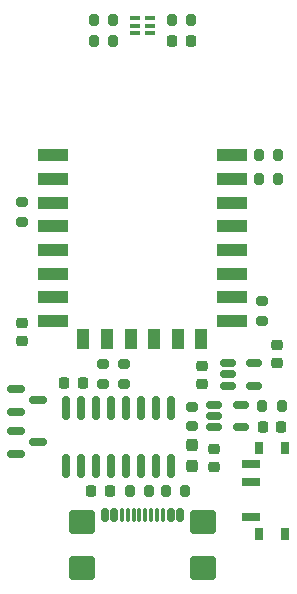
<source format=gtp>
%TF.GenerationSoftware,KiCad,Pcbnew,8.0.8*%
%TF.CreationDate,2025-01-23T20:15:16-05:00*%
%TF.ProjectId,compact_sqm,636f6d70-6163-4745-9f73-716d2e6b6963,rev?*%
%TF.SameCoordinates,Original*%
%TF.FileFunction,Paste,Top*%
%TF.FilePolarity,Positive*%
%FSLAX46Y46*%
G04 Gerber Fmt 4.6, Leading zero omitted, Abs format (unit mm)*
G04 Created by KiCad (PCBNEW 8.0.8) date 2025-01-23 20:15:16*
%MOMM*%
%LPD*%
G01*
G04 APERTURE LIST*
G04 Aperture macros list*
%AMRoundRect*
0 Rectangle with rounded corners*
0 $1 Rounding radius*
0 $2 $3 $4 $5 $6 $7 $8 $9 X,Y pos of 4 corners*
0 Add a 4 corners polygon primitive as box body*
4,1,4,$2,$3,$4,$5,$6,$7,$8,$9,$2,$3,0*
0 Add four circle primitives for the rounded corners*
1,1,$1+$1,$2,$3*
1,1,$1+$1,$4,$5*
1,1,$1+$1,$6,$7*
1,1,$1+$1,$8,$9*
0 Add four rect primitives between the rounded corners*
20,1,$1+$1,$2,$3,$4,$5,0*
20,1,$1+$1,$4,$5,$6,$7,0*
20,1,$1+$1,$6,$7,$8,$9,0*
20,1,$1+$1,$8,$9,$2,$3,0*%
G04 Aperture macros list end*
%ADD10RoundRect,0.200000X-0.200000X-0.275000X0.200000X-0.275000X0.200000X0.275000X-0.200000X0.275000X0*%
%ADD11RoundRect,0.225000X-0.225000X-0.250000X0.225000X-0.250000X0.225000X0.250000X-0.225000X0.250000X0*%
%ADD12RoundRect,0.150000X-0.587500X-0.150000X0.587500X-0.150000X0.587500X0.150000X-0.587500X0.150000X0*%
%ADD13RoundRect,0.200000X0.275000X-0.200000X0.275000X0.200000X-0.275000X0.200000X-0.275000X-0.200000X0*%
%ADD14R,2.500000X1.000000*%
%ADD15R,1.000000X1.800000*%
%ADD16RoundRect,0.100000X-0.337500X-0.100000X0.337500X-0.100000X0.337500X0.100000X-0.337500X0.100000X0*%
%ADD17RoundRect,0.200000X0.200000X0.275000X-0.200000X0.275000X-0.200000X-0.275000X0.200000X-0.275000X0*%
%ADD18RoundRect,0.225000X-0.250000X0.225000X-0.250000X-0.225000X0.250000X-0.225000X0.250000X0.225000X0*%
%ADD19RoundRect,0.237500X-0.237500X0.287500X-0.237500X-0.287500X0.237500X-0.287500X0.237500X0.287500X0*%
%ADD20RoundRect,0.225000X0.225000X0.250000X-0.225000X0.250000X-0.225000X-0.250000X0.225000X-0.250000X0*%
%ADD21RoundRect,0.225000X0.250000X-0.225000X0.250000X0.225000X-0.250000X0.225000X-0.250000X-0.225000X0*%
%ADD22RoundRect,0.150000X-0.512500X-0.150000X0.512500X-0.150000X0.512500X0.150000X-0.512500X0.150000X0*%
%ADD23RoundRect,0.150000X-0.150000X-0.425000X0.150000X-0.425000X0.150000X0.425000X-0.150000X0.425000X0*%
%ADD24RoundRect,0.075000X-0.075000X-0.500000X0.075000X-0.500000X0.075000X0.500000X-0.075000X0.500000X0*%
%ADD25RoundRect,0.250000X-0.840000X-0.750000X0.840000X-0.750000X0.840000X0.750000X-0.840000X0.750000X0*%
%ADD26RoundRect,0.150000X0.150000X-0.825000X0.150000X0.825000X-0.150000X0.825000X-0.150000X-0.825000X0*%
%ADD27RoundRect,0.200000X-0.275000X0.200000X-0.275000X-0.200000X0.275000X-0.200000X0.275000X0.200000X0*%
%ADD28R,0.800000X1.000000*%
%ADD29R,1.500000X0.700000*%
G04 APERTURE END LIST*
D10*
%TO.C,R9*%
X142177000Y-77724000D03*
X143827000Y-77724000D03*
%TD*%
D11*
%TO.C,C3*%
X142227000Y-79502000D03*
X143777000Y-79502000D03*
%TD*%
D12*
%TO.C,Q2*%
X128983500Y-112562600D03*
X128983500Y-114462600D03*
X130858500Y-113512600D03*
%TD*%
D13*
%TO.C,R13*%
X129540000Y-94805000D03*
X129540000Y-93155000D03*
%TD*%
D14*
%TO.C,U3*%
X132100000Y-89210000D03*
X132100000Y-91210000D03*
X132100000Y-93210000D03*
X132100000Y-95210000D03*
X132100000Y-97210000D03*
X132100000Y-99210000D03*
X132100000Y-101210000D03*
X132100000Y-103210000D03*
D15*
X134700000Y-104710000D03*
X136700000Y-104710000D03*
X138700000Y-104710000D03*
X140700000Y-104710000D03*
X142700000Y-104710000D03*
X144700000Y-104710000D03*
D14*
X147300000Y-103210000D03*
X147300000Y-101210000D03*
X147300000Y-99210000D03*
X147300000Y-97210000D03*
X147300000Y-95210000D03*
X147300000Y-93210000D03*
X147300000Y-91210000D03*
X147300000Y-89210000D03*
%TD*%
D13*
%TO.C,R5*%
X138176000Y-108521000D03*
X138176000Y-106871000D03*
%TD*%
D16*
%TO.C,U1*%
X139062500Y-77582000D03*
X139062500Y-78232000D03*
X139062500Y-78882000D03*
X140337500Y-78882000D03*
X140337500Y-78232000D03*
X140337500Y-77582000D03*
%TD*%
D17*
%TO.C,R11*%
X137223000Y-79502000D03*
X135573000Y-79502000D03*
%TD*%
D18*
%TO.C,C4*%
X145796000Y-114033000D03*
X145796000Y-115583000D03*
%TD*%
D12*
%TO.C,Q1*%
X128983500Y-109006600D03*
X128983500Y-110906600D03*
X130858500Y-109956600D03*
%TD*%
D13*
%TO.C,R6*%
X136398000Y-108521000D03*
X136398000Y-106871000D03*
%TD*%
D19*
%TO.C,D1*%
X143916400Y-113755200D03*
X143916400Y-115505200D03*
%TD*%
D11*
%TO.C,C1*%
X149923200Y-112217200D03*
X151473200Y-112217200D03*
%TD*%
D20*
%TO.C,C8*%
X136919000Y-117602000D03*
X135369000Y-117602000D03*
%TD*%
D21*
%TO.C,C6*%
X144729200Y-108598000D03*
X144729200Y-107048000D03*
%TD*%
D10*
%TO.C,R2*%
X141669000Y-117602000D03*
X143319000Y-117602000D03*
%TD*%
D22*
%TO.C,U2*%
X145776100Y-110338700D03*
X145776100Y-111288700D03*
X145776100Y-112238700D03*
X148051100Y-112238700D03*
X148051100Y-110338700D03*
%TD*%
D10*
%TO.C,R1*%
X138621000Y-117602000D03*
X140271000Y-117602000D03*
%TD*%
D11*
%TO.C,C7*%
X133083000Y-108458000D03*
X134633000Y-108458000D03*
%TD*%
D17*
%TO.C,R3*%
X151193000Y-91186000D03*
X149543000Y-91186000D03*
%TD*%
D21*
%TO.C,C5*%
X151079200Y-106769200D03*
X151079200Y-105219200D03*
%TD*%
D23*
%TO.C,J1*%
X136500000Y-119637000D03*
X137300000Y-119637000D03*
D24*
X138450000Y-119637000D03*
X139450000Y-119637000D03*
X139950000Y-119637000D03*
X140950000Y-119637000D03*
D23*
X142100000Y-119637000D03*
X142900000Y-119637000D03*
X142900000Y-119637000D03*
X142100000Y-119637000D03*
D24*
X141450000Y-119637000D03*
X140450000Y-119637000D03*
X138950000Y-119637000D03*
X137950000Y-119637000D03*
D23*
X137300000Y-119637000D03*
X136500000Y-119637000D03*
D25*
X134590000Y-120212000D03*
X134590000Y-124142000D03*
X144810000Y-120212000D03*
X144810000Y-124142000D03*
%TD*%
D17*
%TO.C,R4*%
X151193000Y-89154000D03*
X149543000Y-89154000D03*
%TD*%
D26*
%TO.C,U4*%
X133231800Y-115505000D03*
X134501800Y-115505000D03*
X135771800Y-115505000D03*
X137041800Y-115505000D03*
X138311800Y-115505000D03*
X139581800Y-115505000D03*
X140851800Y-115505000D03*
X142121800Y-115505000D03*
X142121800Y-110555000D03*
X140851800Y-110555000D03*
X139581800Y-110555000D03*
X138311800Y-110555000D03*
X137041800Y-110555000D03*
X135771800Y-110555000D03*
X134501800Y-110555000D03*
X133231800Y-110555000D03*
%TD*%
D13*
%TO.C,R8*%
X143916400Y-112153200D03*
X143916400Y-110503200D03*
%TD*%
D27*
%TO.C,R12*%
X149860000Y-101537000D03*
X149860000Y-103187000D03*
%TD*%
D18*
%TO.C,C2*%
X129540000Y-103365000D03*
X129540000Y-104915000D03*
%TD*%
D28*
%TO.C,SW1*%
X149588000Y-121252000D03*
X151798000Y-121252000D03*
X149588000Y-113952000D03*
X151798000Y-113952000D03*
D29*
X148938000Y-119852000D03*
X148938000Y-116852000D03*
X148938000Y-115352000D03*
%TD*%
D17*
%TO.C,R7*%
X151497800Y-110413800D03*
X149847800Y-110413800D03*
%TD*%
D22*
%TO.C,U5*%
X146919100Y-106796800D03*
X146919100Y-107746800D03*
X146919100Y-108696800D03*
X149194100Y-108696800D03*
X149194100Y-106796800D03*
%TD*%
D17*
%TO.C,R10*%
X137223000Y-77724000D03*
X135573000Y-77724000D03*
%TD*%
M02*

</source>
